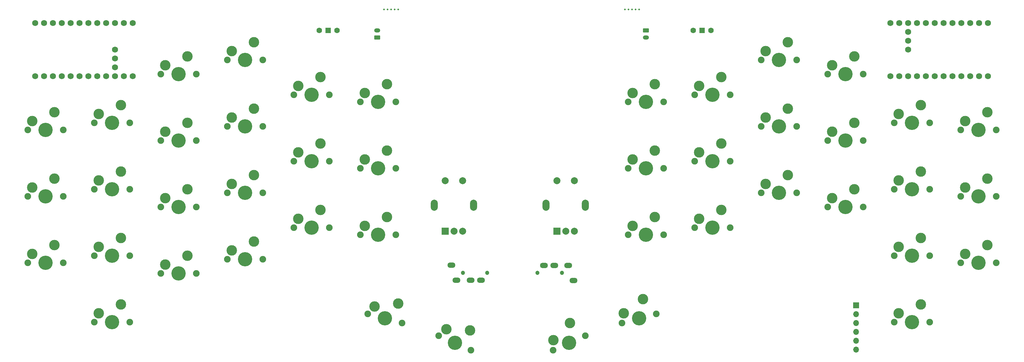
<source format=gts>
%TF.GenerationSoftware,KiCad,Pcbnew,8.0.3*%
%TF.CreationDate,2025-01-04T16:23:02+09:00*%
%TF.ProjectId,manjaro_mx,6d616e6a-6172-46f5-9f6d-782e6b696361,rev?*%
%TF.SameCoordinates,Original*%
%TF.FileFunction,Soldermask,Top*%
%TF.FilePolarity,Negative*%
%FSLAX46Y46*%
G04 Gerber Fmt 4.6, Leading zero omitted, Abs format (unit mm)*
G04 Created by KiCad (PCBNEW 8.0.3) date 2025-01-04 16:23:02*
%MOMM*%
%LPD*%
G01*
G04 APERTURE LIST*
G04 Aperture macros list*
%AMRoundRect*
0 Rectangle with rounded corners*
0 $1 Rounding radius*
0 $2 $3 $4 $5 $6 $7 $8 $9 X,Y pos of 4 corners*
0 Add a 4 corners polygon primitive as box body*
4,1,4,$2,$3,$4,$5,$6,$7,$8,$9,$2,$3,0*
0 Add four circle primitives for the rounded corners*
1,1,$1+$1,$2,$3*
1,1,$1+$1,$4,$5*
1,1,$1+$1,$6,$7*
1,1,$1+$1,$8,$9*
0 Add four rect primitives between the rounded corners*
20,1,$1+$1,$2,$3,$4,$5,0*
20,1,$1+$1,$4,$5,$6,$7,0*
20,1,$1+$1,$6,$7,$8,$9,0*
20,1,$1+$1,$8,$9,$2,$3,0*%
G04 Aperture macros list end*
%ADD10R,1.500000X1.500000*%
%ADD11C,1.600000*%
%ADD12C,1.200000*%
%ADD13O,2.300000X1.500000*%
%ADD14C,0.500000*%
%ADD15RoundRect,0.250000X0.625000X-0.350000X0.625000X0.350000X-0.625000X0.350000X-0.625000X-0.350000X0*%
%ADD16O,1.750000X1.200000*%
%ADD17R,1.700000X1.700000*%
%ADD18O,1.700000X1.700000*%
%ADD19C,1.752600*%
%ADD20O,2.000000X3.200000*%
%ADD21R,2.000000X2.000000*%
%ADD22C,2.000000*%
%ADD23RoundRect,0.250000X-0.625000X0.350000X-0.625000X-0.350000X0.625000X-0.350000X0.625000X0.350000X0*%
%ADD24C,1.900000*%
%ADD25C,3.000000*%
%ADD26C,4.100000*%
G04 APERTURE END LIST*
D10*
%TO.C,PowerSW1*%
X125000000Y-48500000D03*
D11*
X127540000Y-48500000D03*
X122460000Y-48500000D03*
%TD*%
D12*
%TO.C,J2*%
X170550000Y-118000000D03*
X163550000Y-118000000D03*
D13*
X160250000Y-115850000D03*
X168750000Y-120150000D03*
X165750000Y-120150000D03*
X161750000Y-120150000D03*
%TD*%
D14*
%TO.C,*%
X145000000Y-42500000D03*
%TD*%
%TO.C,*%
X144000000Y-42500000D03*
%TD*%
%TO.C,*%
X142000000Y-42500000D03*
%TD*%
%TO.C,*%
X141000000Y-42500000D03*
%TD*%
D15*
%TO.C,BT1*%
X139000000Y-50500000D03*
D16*
X139000000Y-48500000D03*
%TD*%
D17*
%TO.C,rJ3*%
X276150000Y-127340000D03*
D18*
X276150000Y-129880000D03*
X276150000Y-132420000D03*
X276150000Y-134960000D03*
X276150000Y-137500000D03*
X276150000Y-140040000D03*
%TD*%
D10*
%TO.C,rPowerSW1*%
X232050000Y-48500000D03*
D11*
X229510000Y-48500000D03*
X234590000Y-48500000D03*
%TD*%
D14*
%TO.C,*%
X210000000Y-42500000D03*
%TD*%
%TO.C,*%
X211000000Y-42500000D03*
%TD*%
%TO.C,*%
X212000000Y-42500000D03*
%TD*%
D19*
%TO.C,rU1*%
X313970000Y-46380000D03*
X311430000Y-46380000D03*
X308890000Y-46380000D03*
X306350000Y-46380000D03*
X303810000Y-46380000D03*
X301270000Y-46380000D03*
X298730000Y-46380000D03*
X296190000Y-46380000D03*
X293650000Y-46380000D03*
X291110000Y-46380000D03*
X288570000Y-46380000D03*
X286030000Y-46380000D03*
X286030000Y-61620000D03*
X288570000Y-61620000D03*
X291110000Y-61620000D03*
X293650000Y-61620000D03*
X296190000Y-61620000D03*
X298730000Y-61620000D03*
X301270000Y-61620000D03*
X303810000Y-61620000D03*
X306350000Y-61620000D03*
X308890000Y-61620000D03*
X311430000Y-61620000D03*
X313970000Y-61620000D03*
X291110000Y-48920000D03*
X291110000Y-51460000D03*
X291110000Y-54000000D03*
%TD*%
D20*
%TO.C,rEXSW1*%
X187400000Y-98600000D03*
X198600000Y-98600000D03*
D21*
X190500000Y-106100000D03*
D22*
X195500000Y-106100000D03*
X193000000Y-106100000D03*
X195500000Y-91600000D03*
X190500000Y-91600000D03*
%TD*%
D19*
%TO.C,U1*%
X41030000Y-61620000D03*
X43570000Y-61620000D03*
X46110000Y-61620000D03*
X48650000Y-61620000D03*
X51190000Y-61620000D03*
X53730000Y-61620000D03*
X56270000Y-61620000D03*
X58810000Y-61620000D03*
X61350000Y-61620000D03*
X63890000Y-61620000D03*
X66430000Y-61620000D03*
X68970000Y-61620000D03*
X68970000Y-46380000D03*
X66430000Y-46380000D03*
X63890000Y-46380000D03*
X61350000Y-46380000D03*
X58810000Y-46380000D03*
X56270000Y-46380000D03*
X53730000Y-46380000D03*
X51190000Y-46380000D03*
X48650000Y-46380000D03*
X46110000Y-46380000D03*
X43570000Y-46380000D03*
X41030000Y-46380000D03*
X63890000Y-59080000D03*
X63890000Y-56540000D03*
X63890000Y-54000000D03*
%TD*%
D20*
%TO.C,EXSW1*%
X155400000Y-98600000D03*
X166600000Y-98600000D03*
D21*
X158500000Y-106100000D03*
D22*
X163500000Y-106100000D03*
X161000000Y-106100000D03*
X163500000Y-91600000D03*
X158500000Y-91600000D03*
%TD*%
D23*
%TO.C,rBT1*%
X216000000Y-48500000D03*
D16*
X216000000Y-50500000D03*
%TD*%
D14*
%TO.C,*%
X213000000Y-42500000D03*
%TD*%
%TO.C,*%
X143000000Y-42500000D03*
%TD*%
D12*
%TO.C,rJ2*%
X184950000Y-118050000D03*
X191950000Y-118050000D03*
D13*
X195250000Y-120200000D03*
X186750000Y-115900000D03*
X189750000Y-115900000D03*
X193750000Y-115900000D03*
%TD*%
D14*
%TO.C,*%
X214000000Y-42500000D03*
%TD*%
D24*
%TO.C,rSW13*%
X221080000Y-107100000D03*
D25*
X218540000Y-102020000D03*
D26*
X216000000Y-107100000D03*
D25*
X212190000Y-104560000D03*
D24*
X210920000Y-107100000D03*
%TD*%
%TO.C,rSW2*%
X240130000Y-67000000D03*
D25*
X237590000Y-61920000D03*
D26*
X235050000Y-67000000D03*
D25*
X231240000Y-64460000D03*
D24*
X229970000Y-67000000D03*
%TD*%
%TO.C,rSW5*%
X297280000Y-75000000D03*
D25*
X294740000Y-69920000D03*
D26*
X292200000Y-75000000D03*
D25*
X288390000Y-72460000D03*
D24*
X287120000Y-75000000D03*
%TD*%
%TO.C,rSW14*%
X240130000Y-105100000D03*
D25*
X237590000Y-100020000D03*
D26*
X235050000Y-105100000D03*
D25*
X231240000Y-102560000D03*
D24*
X229970000Y-105100000D03*
%TD*%
%TO.C,rSW15*%
X259180000Y-95100000D03*
D25*
X256640000Y-90020000D03*
D26*
X254100000Y-95100000D03*
D25*
X250290000Y-92560000D03*
D24*
X249020000Y-95100000D03*
%TD*%
%TO.C,rSW21*%
X297280000Y-132150000D03*
D25*
X294740000Y-127070000D03*
D26*
X292200000Y-132150000D03*
D25*
X288390000Y-129610000D03*
D24*
X287120000Y-132150000D03*
%TD*%
%TO.C,rSW8*%
X240130000Y-86050000D03*
D25*
X237590000Y-80970000D03*
D26*
X235050000Y-86050000D03*
D25*
X231240000Y-83510000D03*
D24*
X229970000Y-86050000D03*
%TD*%
%TO.C,SW15*%
X106230000Y-95100000D03*
D25*
X103690000Y-90020000D03*
D26*
X101150000Y-95100000D03*
D25*
X97340000Y-92560000D03*
D24*
X96070000Y-95100000D03*
%TD*%
%TO.C,SW10*%
X87180000Y-80050000D03*
D25*
X84640000Y-74970000D03*
D26*
X82100000Y-80050000D03*
D25*
X78290000Y-77510000D03*
D24*
X77020000Y-80050000D03*
%TD*%
%TO.C,SW21*%
X106230000Y-114150000D03*
D25*
X103690000Y-109070000D03*
D26*
X101150000Y-114150000D03*
D25*
X97340000Y-111610000D03*
D24*
X96070000Y-114150000D03*
%TD*%
%TO.C,SW16*%
X87180000Y-99100000D03*
D25*
X84640000Y-94020000D03*
D26*
X82100000Y-99100000D03*
D25*
X78290000Y-96560000D03*
D24*
X77020000Y-99100000D03*
%TD*%
%TO.C,rSW4*%
X278230000Y-61000000D03*
D25*
X275690000Y-55920000D03*
D26*
X273150000Y-61000000D03*
D25*
X269340000Y-58460000D03*
D24*
X268070000Y-61000000D03*
%TD*%
%TO.C,SW22*%
X87180000Y-118150000D03*
D25*
X84640000Y-113070000D03*
D26*
X82100000Y-118150000D03*
D25*
X78290000Y-115610000D03*
D24*
X77020000Y-118150000D03*
%TD*%
%TO.C,rSW18*%
X316330000Y-115100000D03*
D25*
X313790000Y-110020000D03*
D26*
X311250000Y-115100000D03*
D25*
X307440000Y-112560000D03*
D24*
X306170000Y-115100000D03*
%TD*%
%TO.C,rSW1*%
X221080000Y-69000000D03*
D25*
X218540000Y-63920000D03*
D26*
X216000000Y-69000000D03*
D25*
X212190000Y-66460000D03*
D24*
X210920000Y-69000000D03*
%TD*%
%TO.C,rSW10*%
X278230000Y-80050000D03*
D25*
X275690000Y-74970000D03*
D26*
X273150000Y-80050000D03*
D25*
X269340000Y-77510000D03*
D24*
X268070000Y-80050000D03*
%TD*%
%TO.C,SW3*%
X106230000Y-57000000D03*
D25*
X103690000Y-51920000D03*
D26*
X101150000Y-57000000D03*
D25*
X97340000Y-54460000D03*
D24*
X96070000Y-57000000D03*
%TD*%
%TO.C,SW9*%
X106230000Y-76050000D03*
D25*
X103690000Y-70970000D03*
D26*
X101150000Y-76050000D03*
D25*
X97340000Y-73510000D03*
D24*
X96070000Y-76050000D03*
%TD*%
%TO.C,rSW19*%
X198640811Y-136033778D03*
D25*
X194254183Y-132426078D03*
D26*
X194000000Y-138100000D03*
D25*
X189486281Y-137329261D03*
D24*
X189359189Y-140166222D03*
%TD*%
%TO.C,SW6*%
X49080000Y-77000000D03*
D25*
X46540000Y-71920000D03*
D26*
X44000000Y-77000000D03*
D25*
X40190000Y-74460000D03*
D24*
X38920000Y-77000000D03*
%TD*%
%TO.C,rSW20*%
X218906903Y-129785200D03*
D25*
X215138650Y-125535696D03*
D26*
X214000000Y-131100000D03*
D25*
X209662422Y-129632649D03*
D24*
X209093097Y-132414800D03*
%TD*%
%TO.C,SW5*%
X68130000Y-75000000D03*
D25*
X65590000Y-69920000D03*
D26*
X63050000Y-75000000D03*
D25*
X59240000Y-72460000D03*
D24*
X57970000Y-75000000D03*
%TD*%
%TO.C,SW23*%
X68130000Y-132150000D03*
D25*
X65590000Y-127070000D03*
D26*
X63050000Y-132150000D03*
D25*
X59240000Y-129610000D03*
D24*
X57970000Y-132150000D03*
%TD*%
%TO.C,SW18*%
X49080000Y-115100000D03*
D25*
X46540000Y-110020000D03*
D26*
X44000000Y-115100000D03*
D25*
X40190000Y-112560000D03*
D24*
X38920000Y-115100000D03*
%TD*%
%TO.C,rSW12*%
X316330000Y-96050000D03*
D25*
X313790000Y-90970000D03*
D26*
X311250000Y-96050000D03*
D25*
X307440000Y-93510000D03*
D24*
X306170000Y-96050000D03*
%TD*%
%TO.C,SW12*%
X49080000Y-96050000D03*
D25*
X46540000Y-90970000D03*
D26*
X44000000Y-96050000D03*
D25*
X40190000Y-93510000D03*
D24*
X38920000Y-96050000D03*
%TD*%
%TO.C,rSW6*%
X316330000Y-77000000D03*
D25*
X313790000Y-71920000D03*
D26*
X311250000Y-77000000D03*
D25*
X307440000Y-74460000D03*
D24*
X306170000Y-77000000D03*
%TD*%
%TO.C,SW8*%
X125280000Y-86050000D03*
D25*
X122740000Y-80970000D03*
D26*
X120200000Y-86050000D03*
D25*
X116390000Y-83510000D03*
D24*
X115120000Y-86050000D03*
%TD*%
%TO.C,rSW16*%
X278230000Y-99100000D03*
D25*
X275690000Y-94020000D03*
D26*
X273150000Y-99100000D03*
D25*
X269340000Y-96560000D03*
D24*
X268070000Y-99100000D03*
%TD*%
%TO.C,SW7*%
X144330000Y-88050000D03*
D25*
X141790000Y-82970000D03*
D26*
X139250000Y-88050000D03*
D25*
X135440000Y-85510000D03*
D24*
X134170000Y-88050000D03*
%TD*%
%TO.C,SW11*%
X68130000Y-94050000D03*
D25*
X65590000Y-88970000D03*
D26*
X63050000Y-94050000D03*
D25*
X59240000Y-91510000D03*
D24*
X57970000Y-94050000D03*
%TD*%
%TO.C,SW14*%
X125280000Y-105100000D03*
D25*
X122740000Y-100020000D03*
D26*
X120200000Y-105100000D03*
D25*
X116390000Y-102560000D03*
D24*
X115120000Y-105100000D03*
%TD*%
%TO.C,SW13*%
X144330000Y-107100000D03*
D25*
X141790000Y-102020000D03*
D26*
X139250000Y-107100000D03*
D25*
X135440000Y-104560000D03*
D24*
X134170000Y-107100000D03*
%TD*%
%TO.C,rSW7*%
X221080000Y-88050000D03*
D25*
X218540000Y-82970000D03*
D26*
X216000000Y-88050000D03*
D25*
X212190000Y-85510000D03*
D24*
X210920000Y-88050000D03*
%TD*%
%TO.C,SW17*%
X68130000Y-113100000D03*
D25*
X65590000Y-108020000D03*
D26*
X63050000Y-113100000D03*
D25*
X59240000Y-110560000D03*
D24*
X57970000Y-113100000D03*
%TD*%
%TO.C,SW4*%
X87180000Y-61000000D03*
D25*
X84640000Y-55920000D03*
D26*
X82100000Y-61000000D03*
D25*
X78290000Y-58460000D03*
D24*
X77020000Y-61000000D03*
%TD*%
%TO.C,SW2*%
X125280000Y-67000000D03*
D25*
X122740000Y-61920000D03*
D26*
X120200000Y-67000000D03*
D25*
X116390000Y-64460000D03*
D24*
X115120000Y-67000000D03*
%TD*%
%TO.C,rSW3*%
X259180000Y-57000000D03*
D25*
X256640000Y-51920000D03*
D26*
X254100000Y-57000000D03*
D25*
X250290000Y-54460000D03*
D24*
X249020000Y-57000000D03*
%TD*%
%TO.C,SW20*%
X146156903Y-132414801D03*
D25*
X145018252Y-126850497D03*
D26*
X141250000Y-131100000D03*
D25*
X138227223Y-127660448D03*
D24*
X136343097Y-129785199D03*
%TD*%
%TO.C,rSW9*%
X259180000Y-76050000D03*
D25*
X256640000Y-70970000D03*
D26*
X254100000Y-76050000D03*
D25*
X250290000Y-73510000D03*
D24*
X249020000Y-76050000D03*
%TD*%
%TO.C,rSW17*%
X297280000Y-113100000D03*
D25*
X294740000Y-108020000D03*
D26*
X292200000Y-113100000D03*
D25*
X288390000Y-110560000D03*
D24*
X287120000Y-113100000D03*
%TD*%
%TO.C,SW19*%
X165890811Y-140166222D03*
D25*
X165636628Y-134492300D03*
D26*
X161250000Y-138100000D03*
D25*
X158802503Y-134229928D03*
D24*
X156609189Y-136033778D03*
%TD*%
%TO.C,SW1*%
X144330000Y-69000000D03*
D25*
X141790000Y-63920000D03*
D26*
X139250000Y-69000000D03*
D25*
X135440000Y-66460000D03*
D24*
X134170000Y-69000000D03*
%TD*%
%TO.C,rSW11*%
X297280000Y-94050000D03*
D25*
X294740000Y-88970000D03*
D26*
X292200000Y-94050000D03*
D25*
X288390000Y-91510000D03*
D24*
X287120000Y-94050000D03*
%TD*%
M02*

</source>
